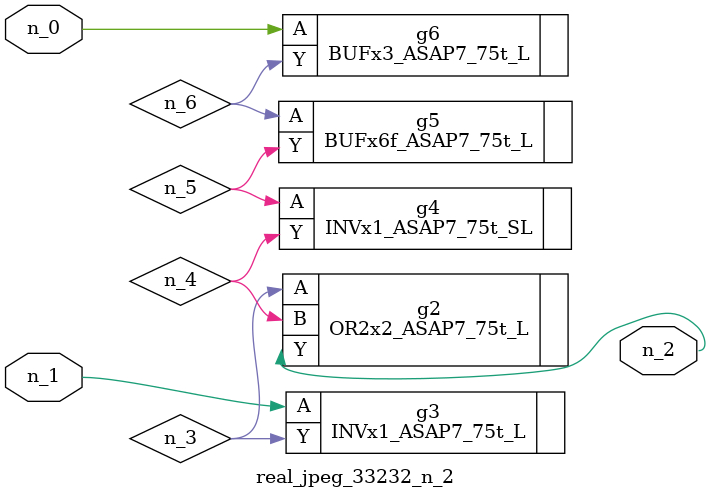
<source format=v>
module real_jpeg_33232_n_2 (n_1, n_0, n_2);

input n_1;
input n_0;

output n_2;

wire n_5;
wire n_4;
wire n_6;
wire n_3;

BUFx3_ASAP7_75t_L g6 ( 
.A(n_0),
.Y(n_6)
);

INVx1_ASAP7_75t_L g3 ( 
.A(n_1),
.Y(n_3)
);

OR2x2_ASAP7_75t_L g2 ( 
.A(n_3),
.B(n_4),
.Y(n_2)
);

INVx1_ASAP7_75t_SL g4 ( 
.A(n_5),
.Y(n_4)
);

BUFx6f_ASAP7_75t_L g5 ( 
.A(n_6),
.Y(n_5)
);


endmodule
</source>
